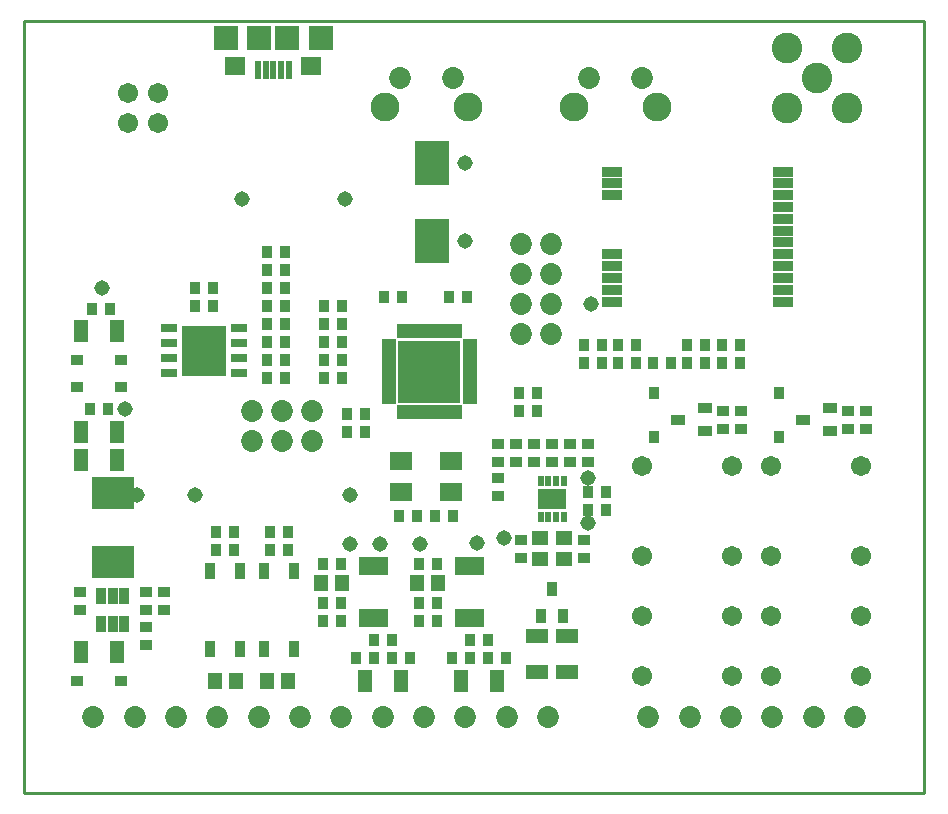
<source format=gbr>
G04 EAGLE Gerber RS-274X export*
G75*
%MOMM*%
%FSLAX34Y34*%
%LPD*%
%INSoldermask Top*%
%IPPOS*%
%AMOC8*
5,1,8,0,0,1.08239X$1,22.5*%
G01*
%ADD10R,0.965200X1.092200*%
%ADD11C,1.853200*%
%ADD12C,2.603200*%
%ADD13R,1.092200X0.965200*%
%ADD14R,0.838200X1.219200*%
%ADD15R,1.219200X1.981200*%
%ADD16R,1.981200X1.219200*%
%ADD17R,1.219200X0.508000*%
%ADD18R,0.508000X1.219200*%
%ADD19R,5.283200X5.283200*%
%ADD20R,0.965200X1.473200*%
%ADD21R,2.489200X1.727200*%
%ADD22R,0.508000X0.965200*%
%ADD23R,3.759200X4.267200*%
%ADD24R,1.346200X0.711200*%
%ADD25C,1.711200*%
%ADD26R,1.727200X0.903200*%
%ADD27R,1.219200X0.838200*%
%ADD28R,1.219200X1.473200*%
%ADD29R,1.473200X1.219200*%
%ADD30R,1.854200X1.600200*%
%ADD31R,2.003200X2.103200*%
%ADD32R,2.103200X2.103200*%
%ADD33R,1.803200X1.603200*%
%ADD34R,0.603200X1.603200*%
%ADD35C,2.453200*%
%ADD36R,2.997200X3.759200*%
%ADD37R,0.838200X1.346200*%
%ADD38R,3.603200X2.803200*%
%ADD39R,0.503200X1.600200*%
%ADD40C,1.309600*%
%ADD41C,0.254000*%


D10*
X419100Y323850D03*
X434340Y323850D03*
X72390Y410210D03*
X57150Y410210D03*
X473710Y379730D03*
X488950Y379730D03*
X473710Y364490D03*
X488950Y364490D03*
X547370Y364490D03*
X532130Y364490D03*
X419100Y339090D03*
X434340Y339090D03*
X492760Y240030D03*
X477520Y240030D03*
X492760Y255270D03*
X477520Y255270D03*
X269240Y397510D03*
X254000Y397510D03*
X205740Y427990D03*
X220980Y427990D03*
X205740Y412750D03*
X220980Y412750D03*
X317500Y234950D03*
X332740Y234950D03*
X363220Y234950D03*
X347980Y234950D03*
X304800Y420370D03*
X320040Y420370D03*
X254000Y351790D03*
X269240Y351790D03*
X273050Y321310D03*
X288290Y321310D03*
D11*
X218440Y298450D03*
X193040Y323850D03*
X193040Y298450D03*
X243840Y323850D03*
X243840Y298450D03*
X218440Y323850D03*
X420370Y388620D03*
X445770Y464820D03*
X445770Y439420D03*
X420370Y464820D03*
X420370Y439420D03*
X420370Y414020D03*
X445770Y414020D03*
X445770Y388620D03*
D12*
X671000Y605790D03*
X645600Y631190D03*
X645600Y580390D03*
X696400Y580390D03*
X696400Y631190D03*
D11*
X443500Y64770D03*
X408500Y64770D03*
X373500Y64770D03*
X338500Y64770D03*
X303500Y64770D03*
X268500Y64770D03*
X233500Y64770D03*
X198500Y64770D03*
X163500Y64770D03*
X128500Y64770D03*
X93500Y64770D03*
X58500Y64770D03*
X703500Y64770D03*
X668500Y64770D03*
X633500Y64770D03*
X598500Y64770D03*
X563500Y64770D03*
X528500Y64770D03*
D13*
X81915Y367030D03*
X45085Y367030D03*
D10*
X638810Y301625D03*
X638810Y338455D03*
D13*
X81915Y95250D03*
X45085Y95250D03*
X81915Y344170D03*
X45085Y344170D03*
D14*
X437540Y149860D03*
X456540Y149860D03*
X447040Y172720D03*
D10*
X533400Y301625D03*
X533400Y338455D03*
D15*
X78740Y391160D03*
X48260Y391160D03*
D16*
X434340Y102870D03*
X434340Y133350D03*
X459740Y102870D03*
X459740Y133350D03*
D17*
X308610Y381870D03*
X308610Y376870D03*
X308610Y371870D03*
X308610Y366870D03*
X308610Y361870D03*
X308610Y356870D03*
X308610Y351870D03*
X308610Y346870D03*
X308610Y341870D03*
X308610Y336870D03*
X308610Y331870D03*
D18*
X317900Y322580D03*
X322900Y322580D03*
X327900Y322580D03*
X332900Y322580D03*
X337900Y322580D03*
X342900Y322580D03*
X347900Y322580D03*
X352900Y322580D03*
X357900Y322580D03*
X362900Y322580D03*
X367900Y322580D03*
D17*
X377190Y331870D03*
X377190Y336870D03*
X377190Y341870D03*
X377190Y346870D03*
X377190Y351870D03*
X377190Y356870D03*
X377190Y361870D03*
X377190Y366870D03*
X377190Y371870D03*
X377190Y376870D03*
X377190Y381870D03*
D18*
X367900Y391160D03*
X362900Y391160D03*
X357900Y391160D03*
X352900Y391160D03*
X347900Y391160D03*
X342900Y391160D03*
X337900Y391160D03*
X332900Y391160D03*
X327900Y391160D03*
X322900Y391160D03*
X317900Y391160D03*
D19*
X342900Y356870D03*
D20*
X157480Y121940D03*
X182880Y121940D03*
X182880Y187940D03*
X157480Y187940D03*
X203200Y121940D03*
X228600Y121940D03*
X228600Y187940D03*
X203200Y187940D03*
D21*
X447040Y248920D03*
D22*
X456790Y264160D03*
X450290Y264160D03*
X443790Y264160D03*
X437290Y264160D03*
X437290Y233680D03*
X443790Y233680D03*
X450290Y233680D03*
X456790Y233680D03*
D23*
X152400Y374650D03*
D24*
X122555Y393700D03*
X122555Y381000D03*
X122555Y368300D03*
X122555Y355600D03*
X182245Y355600D03*
X182245Y368300D03*
X182245Y381000D03*
X182245Y393700D03*
D25*
X113700Y567690D03*
X88300Y567690D03*
X113700Y593090D03*
X88300Y593090D03*
D26*
X642620Y416210D03*
X642620Y426210D03*
X642620Y436210D03*
X642620Y446210D03*
X642620Y456210D03*
X642620Y466210D03*
X642620Y476210D03*
X642620Y486210D03*
X642620Y496210D03*
X642620Y506210D03*
X642620Y516210D03*
X642620Y526210D03*
X497840Y526210D03*
X497840Y516210D03*
X497840Y506210D03*
X497840Y456210D03*
X497840Y446210D03*
X497840Y436210D03*
X497840Y426210D03*
X497840Y416210D03*
D27*
X576580Y306730D03*
X576580Y325730D03*
X553720Y316230D03*
X681990Y306730D03*
X681990Y325730D03*
X659130Y316230D03*
D10*
X273050Y306070D03*
X288290Y306070D03*
X205740Y367030D03*
X220980Y367030D03*
X205740Y351790D03*
X220980Y351790D03*
X205740Y397510D03*
X220980Y397510D03*
X205740Y382270D03*
X220980Y382270D03*
X254000Y382270D03*
X269240Y382270D03*
D28*
X179070Y95250D03*
X161290Y95250D03*
D10*
X177800Y220980D03*
X162560Y220980D03*
D28*
X223520Y95250D03*
X205740Y95250D03*
D10*
X223520Y220980D03*
X208280Y220980D03*
D13*
X462280Y295910D03*
X462280Y280670D03*
X477520Y295910D03*
X477520Y280670D03*
D10*
X254000Y367030D03*
X269240Y367030D03*
D13*
X431800Y295910D03*
X431800Y280670D03*
X447040Y295910D03*
X447040Y280670D03*
X416560Y295910D03*
X416560Y280670D03*
X473710Y199390D03*
X473710Y214630D03*
D29*
X457200Y198120D03*
X457200Y215900D03*
X436880Y198120D03*
X436880Y215900D03*
D13*
X420370Y199390D03*
X420370Y214630D03*
X607060Y308610D03*
X607060Y323850D03*
X591820Y323850D03*
X591820Y308610D03*
X712470Y308610D03*
X712470Y323850D03*
D10*
X590550Y364490D03*
X605790Y364490D03*
D13*
X697230Y323850D03*
X697230Y308610D03*
D10*
X220980Y458470D03*
X205740Y458470D03*
X220980Y443230D03*
X205740Y443230D03*
X269240Y412750D03*
X254000Y412750D03*
X160020Y427990D03*
X144780Y427990D03*
X160020Y412750D03*
X144780Y412750D03*
X605790Y379730D03*
X590550Y379730D03*
X561340Y364490D03*
X576580Y364490D03*
X576580Y379730D03*
X561340Y379730D03*
X518160Y364490D03*
X502920Y364490D03*
X518160Y379730D03*
X502920Y379730D03*
D30*
X319405Y254635D03*
X361315Y254635D03*
X361315Y281305D03*
X319405Y281305D03*
D31*
X251000Y639550D03*
D32*
X223000Y639550D03*
D31*
X171000Y639550D03*
D32*
X199000Y639550D03*
D33*
X243000Y615550D03*
X179000Y615550D03*
D34*
X211000Y612550D03*
X217500Y612550D03*
X224000Y612550D03*
X204500Y612550D03*
X198000Y612550D03*
D11*
X363500Y605790D03*
X318500Y605790D03*
D35*
X376000Y580790D03*
X306000Y580790D03*
D11*
X523500Y605790D03*
X478500Y605790D03*
D35*
X536000Y580790D03*
X466000Y580790D03*
D36*
X345440Y467360D03*
X345440Y533400D03*
D10*
X359410Y420370D03*
X374650Y420370D03*
D37*
X65430Y142875D03*
X74930Y142875D03*
X84430Y142875D03*
X84430Y167005D03*
X74930Y167005D03*
X65430Y167005D03*
D15*
X48260Y119380D03*
X78740Y119380D03*
X48260Y281940D03*
X78740Y281940D03*
X48260Y306070D03*
X78740Y306070D03*
D38*
X74930Y253790D03*
X74930Y195790D03*
D13*
X46990Y170180D03*
X46990Y154940D03*
D10*
X55880Y325120D03*
X71120Y325120D03*
D13*
X102870Y125730D03*
X102870Y140970D03*
X118110Y170180D03*
X118110Y154940D03*
X102870Y154940D03*
X102870Y170180D03*
D25*
X523240Y276860D03*
X599440Y149860D03*
X599440Y276860D03*
X523240Y149860D03*
X523240Y200660D03*
X599440Y200660D03*
X523240Y99060D03*
X599440Y99060D03*
X632460Y276860D03*
X708660Y149860D03*
X708660Y276860D03*
X632460Y149860D03*
X632460Y200660D03*
X708660Y200660D03*
X632460Y99060D03*
X708660Y99060D03*
D10*
X377190Y129540D03*
X392430Y129540D03*
X361950Y114300D03*
X377190Y114300D03*
X407670Y114300D03*
X392430Y114300D03*
D15*
X400050Y95250D03*
X369570Y95250D03*
D10*
X177800Y205740D03*
X162560Y205740D03*
X223520Y205740D03*
X208280Y205740D03*
X334010Y161290D03*
X349250Y161290D03*
X334010Y146050D03*
X349250Y146050D03*
D13*
X401320Y266700D03*
X401320Y251460D03*
X401320Y280670D03*
X401320Y295910D03*
D10*
X349250Y194310D03*
X334010Y194310D03*
D28*
X332740Y177800D03*
X350520Y177800D03*
D15*
X288290Y95250D03*
X318770Y95250D03*
D10*
X311150Y114300D03*
X326390Y114300D03*
X295910Y114300D03*
X280670Y114300D03*
X295910Y129540D03*
X311150Y129540D03*
X252730Y146050D03*
X267970Y146050D03*
X252730Y161290D03*
X267970Y161290D03*
D28*
X251460Y177800D03*
X269240Y177800D03*
D10*
X267970Y194310D03*
X252730Y194310D03*
D39*
X305910Y192405D03*
X300910Y192405D03*
X295910Y192405D03*
X290910Y192405D03*
X285910Y192405D03*
X285910Y147955D03*
X290910Y147955D03*
X295910Y147955D03*
X300910Y147955D03*
X305910Y147955D03*
X387190Y192405D03*
X382190Y192405D03*
X377190Y192405D03*
X372190Y192405D03*
X367190Y192405D03*
X367190Y147955D03*
X372190Y147955D03*
X377190Y147955D03*
X382190Y147955D03*
X387190Y147955D03*
D40*
X373380Y533400D03*
X477520Y228600D03*
X184150Y502920D03*
X271780Y502920D03*
X477520Y266700D03*
X373380Y467360D03*
X95250Y252730D03*
X66040Y427990D03*
X85090Y325120D03*
X406400Y215900D03*
X144780Y252730D03*
X383540Y212090D03*
X335280Y210820D03*
X300990Y210820D03*
X275590Y252730D03*
X275590Y210820D03*
X480060Y414020D03*
D41*
X0Y0D02*
X762000Y0D01*
X762000Y654050D01*
X0Y654050D01*
X0Y0D01*
M02*

</source>
